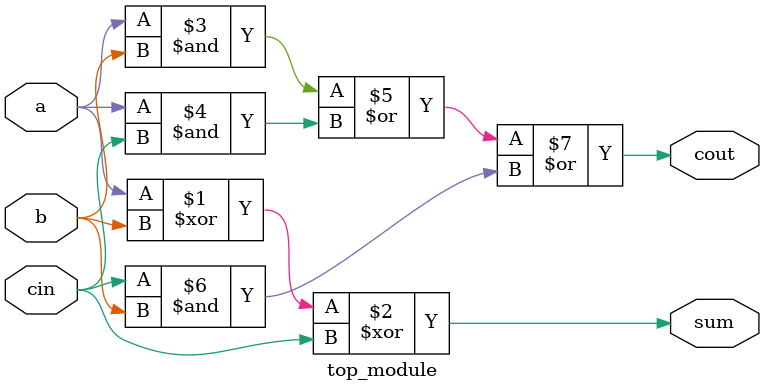
<source format=v>
module top_module(
    input a, b, cin,
    output cout, sum );

    assign sum = a ^ b ^ cin;
	assign cout = a & b | a & cin | cin & b;

endmodule

</source>
